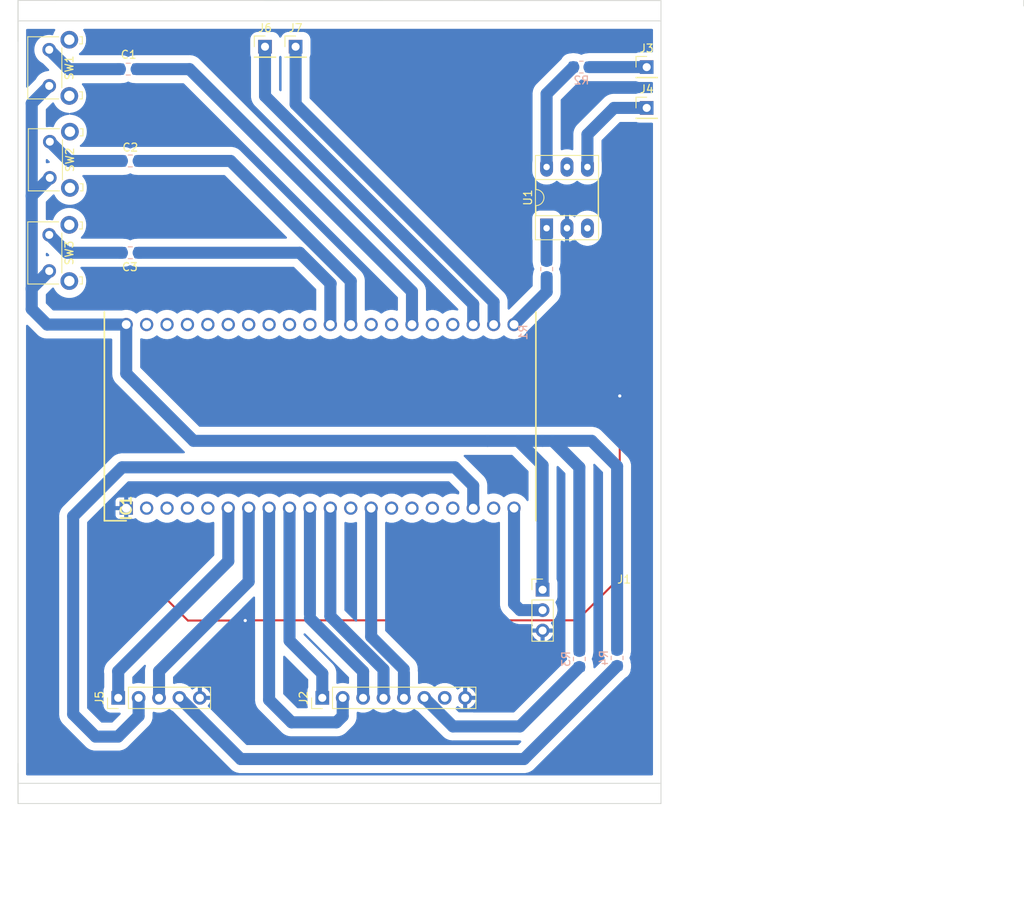
<source format=kicad_pcb>
(kicad_pcb (version 20211014) (generator pcbnew)
  (layers (0 "F.Cu" signal) (31 "B.Cu" signal) (34 "B.Paste" user) (35 "F.Paste" user) (36 "B.SilkS" user "B.Silkscreen") (37 "F.SilkS" user "F.Silkscreen") (38 "B.Mask" user) (39 "F.Mask" user) (44 "Edge.Cuts" user))
  (net 0 "")
  (net 1 "pwm-psac")
  (net 2 "Net-(R1-Pad2)")
  (net 3 "Net-(R2-Pad1)")
  (net 4 "Net-(J3-Pad1)")
  (net 5 "GND")
  (net 8 "Net-(J2-Pad6)")
  (net 9 "VCC")
  (net 14 "Net-(J5-Pad4)")
  (net 15 "push-button3")
  (net 16 "push-button2")
  (net 17 "pwm-extra2")
  (net 18 "pwm-extra1")
  (net 19 "Analogin-pot")
  (net 21 "chip_select_max")
  (net 22 "push-button1")
  (net 26 "sck_lcd")
  (net 28 "mosi_lcd")
  (net 34 "rst_lcd")
  (net 35 "chip_select_lcd")
  (net 45 "Net-(J4-Pad1)")
  (net 46 "sck_max")
  (net 47 "miso_max")
  (net 49 "Net-(C1-Pad2)")
  (net 50 "Net-(C2-Pad2)")
  (net 51 "Net-(C3-Pad2)")
  (net 52 "data_command_lcd")
  (footprint "Button_Switch_THT:SW_Tactile_SKHH_Angled" (layer "F.Cu") (at 54.5 68.4 90)
    (fp_text reference "SW2" (at 2.25 2.5 90) (layer "F.SilkS"))
    (fp_text value "pb2")
    (fp_line (start 6.12 3.82) (end 6.12 4.12) (layer "F.SilkS") (width 0.12))
    (fp_line (start -0.73 4.12) (end -0.73 3.77) (layer "F.SilkS") (width 0.12))
    (fp_line (start 6.12 -2.67) (end -1.62 -2.67) (layer "F.SilkS") (width 0.12))
    (fp_line (start -1.62 3.82) (end -1.62 4.12) (layer "F.SilkS") (width 0.12))
    (fp_line (start -0.73 4.12) (end -1.62 4.12) (layer "F.SilkS") (width 0.12))
    (fp_line (start 6.12 4.12) (end 5.23 4.12) (layer "F.SilkS") (width 0.12))
    (fp_line (start 5.23 4.12) (end 5.23 3.77) (layer "F.SilkS") (width 0.12))
    (fp_line (start -1.62 -2.67) (end -1.62 1.18) (layer "F.SilkS") (width 0.12))
    (fp_line (start -0.24 1.57) (end 4.74 1.57) (layer "F.SilkS") (width 0.12))
    (fp_line (start 6.12 1.18) (end 6.12 -2.67) (layer "F.SilkS") (width 0.12))
    (pad "" thru_hole circle (at -1.25 2.5 270) (size 2.2 2.2) (drill 1.3) (layers *.Cu *.Mask))
    (pad "" thru_hole circle (at 5.75 2.5 270) (size 2.2 2.2) (drill 1.3) (layers *.Cu *.Mask))
    (pad "1" thru_hole circle (at 0 0 270) (size 1.7 1.7) (drill 1) (layers *.Cu *.Mask) (net 9 "VCC"))
    (pad "2" thru_hole circle (at 4.5 0 270) (size 1.7 1.7) (drill 1) (layers *.Cu *.Mask) (net 50 "Net-(C2-Pad2)"))
  )
  (footprint "Connector_PinHeader_2.54mm:PinHeader_1x08_P2.54mm_Vertical" (layer "F.Cu") (at 88.407 133.1468 90)
    (fp_text reference "J2" (at 0 -2.33 90) (layer "F.SilkS"))
    (fp_text value "Conn_01x08_Female")
    (fp_line (start -1.33 0) (end -1.33 -1.33) (layer "F.SilkS") (width 0.12))
    (fp_line (start -1.33 1.27) (end -1.33 19.11) (layer "F.SilkS") (width 0.12))
    (fp_line (start -1.33 1.27) (end 1.33 1.27) (layer "F.SilkS") (width 0.12))
    (fp_line (start -1.33 19.11) (end 1.33 19.11) (layer "F.SilkS") (width 0.12))
    (fp_line (start -1.33 -1.33) (end 0 -1.33) (layer "F.SilkS") (width 0.12))
    (fp_line (start 1.33 1.27) (end 1.33 19.11) (layer "F.SilkS") (width 0.12))
    (pad "1" thru_hole rect (at 0 0 90) (size 1.7 1.7) (drill 1) (layers *.Cu *.Mask) (net 34 "rst_lcd"))
    (pad "2" thru_hole oval (at 0 2.54 90) (size 1.7 1.7) (drill 1) (layers *.Cu *.Mask) (net 35 "chip_select_lcd"))
    (pad "3" thru_hole oval (at 0 5.08 90) (size 1.7 1.7) (drill 1) (layers *.Cu *.Mask) (net 52 "data_command_lcd"))
    (pad "4" thru_hole oval (at 0 7.62 90) (size 1.7 1.7) (drill 1) (layers *.Cu *.Mask) (net 28 "mosi_lcd"))
    (pad "5" thru_hole oval (at 0 10.16 90) (size 1.7 1.7) (drill 1) (layers *.Cu *.Mask) (net 26 "sck_lcd"))
    (pad "6" thru_hole oval (at 0 12.7 90) (size 1.7 1.7) (drill 1) (layers *.Cu *.Mask) (net 8 "Net-(J2-Pad6)"))
    (pad "7" thru_hole oval (at 0 15.24 90) (size 1.7 1.7) (drill 1) (layers *.Cu *.Mask))
    (pad "8" thru_hole oval (at 0 17.78 90) (size 1.7 1.7) (drill 1) (layers *.Cu *.Mask) (net 5 "GND"))
  )
  (footprint "Package_DIP:DIP-6_W7.62mm_Socket_LongPads" (layer "F.Cu") (at 116.322 74.666 90)
    (fp_text reference "U1" (at 3.81 -2.33 90) (layer "F.SilkS"))
    (fp_text value "MOC3041M")
    (fp_line (start 9.06 6.47) (end 9.06 -1.39) (layer "F.SilkS") (width 0.12))
    (fp_line (start 9.06 -1.39) (end -1.44 -1.39) (layer "F.SilkS") (width 0.12))
    (fp_line (start 6.06 6.41) (end 6.06 -1.33) (layer "F.SilkS") (width 0.12))
    (fp_line (start 1.56 6.41) (end 6.06 6.41) (layer "F.SilkS") (width 0.12))
    (fp_line (start 1.56 -1.33) (end 1.56 6.41) (layer "F.SilkS") (width 0.12))
    (fp_line (start -1.44 6.47) (end 9.06 6.47) (layer "F.SilkS") (width 0.12))
    (fp_line (start 6.06 -1.33) (end 4.81 -1.33) (layer "F.SilkS") (width 0.12))
    (fp_line (start 2.81 -1.33) (end 1.56 -1.33) (layer "F.SilkS") (width 0.12))
    (fp_line (start -1.44 -1.39) (end -1.44 6.47) (layer "F.SilkS") (width 0.12))
    (fp_arc (start 4.81 -1.33) (mid 3.81 -0.33) (end 2.81 -1.33) (layer "F.SilkS") (width 0.12))
    (pad "1" thru_hole rect (at 0 0 90) (size 2.4 1.6) (drill 0.8) (layers *.Cu *.Mask) (net 2 "Net-(R1-Pad2)"))
    (pad "2" thru_hole oval (at 0 2.54 90) (size 2.4 1.6) (drill 0.8) (layers *.Cu *.Mask) (net 5 "GND"))
    (pad "3" thru_hole oval (at 0 5.08 90) (size 2.4 1.6) (drill 0.8) (layers *.Cu *.Mask))
    (pad "4" thru_hole oval (at 7.62 5.08 90) (size 2.4 1.6) (drill 0.8) (layers *.Cu *.Mask) (net 45 "Net-(J4-Pad1)"))
    (pad "5" thru_hole oval (at 7.62 2.54 90) (size 2.4 1.6) (drill 0.8) (layers *.Cu *.Mask))
    (pad "6" thru_hole oval (at 7.62 0 90) (size 2.4 1.6) (drill 0.8) (layers *.Cu *.Mask) (net 3 "Net-(R2-Pad1)"))
  )
  (footprint "Button_Switch_THT:SW_Tactile_SKHH_Angled" (layer "F.Cu") (at 54.425 56.95 90)
    (fp_text reference "SW1" (at 2.25 2.5 90) (layer "F.SilkS"))
    (fp_text value "pb1")
    (fp_line (start 6.12 3.82) (end 6.12 4.12) (layer "F.SilkS") (width 0.12))
    (fp_line (start -1.62 3.82) (end -1.62 4.12) (layer "F.SilkS") (width 0.12))
    (fp_line (start -1.62 -2.67) (end -1.62 1.18) (layer "F.SilkS") (width 0.12))
    (fp_line (start -0.73 4.12) (end -1.62 4.12) (layer "F.SilkS") (width 0.12))
    (fp_line (start -0.24 1.57) (end 4.74 1.57) (layer "F.SilkS") (width 0.12))
    (fp_line (start 6.12 -2.67) (end -1.62 -2.67) (layer "F.SilkS") (width 0.12))
    (fp_line (start -0.73 4.12) (end -0.73 3.77) (layer "F.SilkS") (width 0.12))
    (fp_line (start 6.12 4.12) (end 5.23 4.12) (layer "F.SilkS") (width 0.12))
    (fp_line (start 6.12 1.18) (end 6.12 -2.67) (layer "F.SilkS") (width 0.12))
    (fp_line (start 5.23 4.12) (end 5.23 3.77) (layer "F.SilkS") (width 0.12))
    (pad "" thru_hole circle (at -1.25 2.5 270) (size 2.2 2.2) (drill 1.3) (layers *.Cu *.Mask))
    (pad "" thru_hole circle (at 5.75 2.5 270) (size 2.2 2.2) (drill 1.3) (layers *.Cu *.Mask))
    (pad "1" thru_hole circle (at 0 0 270) (size 1.7 1.7) (drill 1) (layers *.Cu *.Mask) (net 9 "VCC"))
    (pad "2" thru_hole circle (at 4.5 0 270) (size 1.7 1.7) (drill 1) (layers *.Cu *.Mask) (net 49 "Net-(C1-Pad2)"))
  )
  (footprint "Button_Switch_THT:SW_Tactile_SKHH_Angled" (layer "F.Cu") (at 54.425 80 90)
    (fp_text reference "SW3" (at 2.25 2.5 90) (layer "F.SilkS"))
    (fp_text value "pb3")
    (fp_line (start -1.62 -2.67) (end -1.62 1.18) (layer "F.SilkS") (width 0.12))
    (fp_line (start -0.24 1.57) (end 4.74 1.57) (layer "F.SilkS") (width 0.12))
    (fp_line (start 5.23 4.12) (end 5.23 3.77) (layer "F.SilkS") (width 0.12))
    (fp_line (start -0.73 4.12) (end -0.73 3.77) (layer "F.SilkS") (width 0.12))
    (fp_line (start 6.12 4.12) (end 5.23 4.12) (layer "F.SilkS") (width 0.12))
    (fp_line (start -1.62 3.82) (end -1.62 4.12) (layer "F.SilkS") (width 0.12))
    (fp_line (start 6.12 -2.67) (end -1.62 -2.67) (layer "F.SilkS") (width 0.12))
    (fp_line (start 6.12 1.18) (end 6.12 -2.67) (layer "F.SilkS") (width 0.12))
    (fp_line (start -0.73 4.12) (end -1.62 4.12) (layer "F.SilkS") (width 0.12))
    (fp_line (start 6.12 3.82) (end 6.12 4.12) (layer "F.SilkS") (width 0.12))
    (pad "" thru_hole circle (at 5.75 2.5 270) (size 2.2 2.2) (drill 1.3) (layers *.Cu *.Mask))
    (pad "" thru_hole circle (at -1.25 2.5 270) (size 2.2 2.2) (drill 1.3) (layers *.Cu *.Mask))
    (pad "1" thru_hole circle (at 0 0 270) (size 1.7 1.7) (drill 1) (layers *.Cu *.Mask) (net 9 "VCC"))
    (pad "2" thru_hole circle (at 4.5 0 270) (size 1.7 1.7) (drill 1) (layers *.Cu *.Mask) (net 51 "Net-(C3-Pad2)"))
  )
  (footprint "Connector_PinHeader_2.54mm:PinHeader_1x01_P2.54mm_Vertical" (layer "F.Cu") (at 85.09 52.07)
    (fp_text reference "J7" (at 0 -2.33) (layer "F.SilkS"))
    (fp_text value "Conn_01x01_Female")
    (fp_line (start -1.33 1.27) (end -1.33 1.33) (layer "F.SilkS") (width 0.12))
    (fp_line (start -1.33 0) (end -1.33 -1.33) (layer "F.SilkS") (width 0.12))
    (fp_line (start -1.33 -1.33) (end 0 -1.33) (layer "F.SilkS") (width 0.12))
    (fp_line (start 1.33 1.27) (end 1.33 1.33) (layer "F.SilkS") (width 0.12))
    (fp_line (start -1.33 1.27) (end 1.33 1.27) (layer "F.SilkS") (width 0.12))
    (fp_line (start -1.33 1.33) (end 1.33 1.33) (layer "F.SilkS") (width 0.12))
    (pad "1" thru_hole rect (at 0 0) (size 1.7 1.7) (drill 1) (layers *.Cu *.Mask) (net 18 "pwm-extra1"))
  )
  (footprint "Connector_PinHeader_2.54mm:PinHeader_1x01_P2.54mm_Vertical" (layer "F.Cu") (at 81.28 52.07)
    (fp_text reference "J6" (at 0 -2.33) (layer "F.SilkS"))
    (fp_text value "Conn_01x01_Female")
    (fp_line (start -1.33 0) (end -1.33 -1.33) (layer "F.SilkS") (width 0.12))
    (fp_line (start -1.33 1.33) (end 1.33 1.33) (layer "F.SilkS") (width 0.12))
    (fp_line (start -1.33 1.27) (end 1.33 1.27) (layer "F.SilkS") (width 0.12))
    (fp_line (start -1.33 1.27) (end -1.33 1.33) (layer "F.SilkS") (width 0.12))
    (fp_line (start -1.33 -1.33) (end 0 -1.33) (layer "F.SilkS") (width 0.12))
    (fp_line (start 1.33 1.27) (end 1.33 1.33) (layer "F.SilkS") (width 0.12))
    (pad "1" thru_hole rect (at 0 0) (size 1.7 1.7) (drill 1) (layers *.Cu *.Mask) (net 17 "pwm-extra2"))
  )
  (footprint "Mbed_LPC1768:DIPS2286W63P254L5370H300Q40N" (layer "F.Cu") (at 64.008 109.5248 90)
    (fp_text reference "IC1" (at 0 0 90) (layer "F.SilkS") (effects (font (size 1.27 1.27) (thickness 0.254))))
    (fp_text value "MBED-LPC1768" hide)
    (fp_line (start -1.57 50.98) (end 24.43 50.98) (layer "F.SilkS") (width 0.2))
    (fp_line (start -1.57 -2.72) (end -1.57 0) (layer "F.SilkS") (width 0.2))
    (fp_line (start 24.43 -2.72) (end -1.57 -2.72) (layer "F.SilkS") (width 0.2))
    (pad "1" thru_hole rect locked (at 0 0 90) (size 1.65 1.65) (drill 1.1) (layers *.Cu *.Mask) (net 5 "GND"))
    (pad "2" thru_hole circle locked (at 0 2.54 90) (size 1.65 1.65) (drill 1.1) (layers *.Cu *.Mask))
    (pad "3" thru_hole circle locked (at 0 5.08 90) (size 1.65 1.65) (drill 1.1) (layers *.Cu *.Mask))
    (pad "4" thru_hole circle locked (at 0 7.62 90) (size 1.65 1.65) (drill 1.1) (layers *.Cu *.Mask))
    (pad "5" thru_hole circle locked (at 0 10.16 90) (size 1.65 1.65) (drill 1.1) (layers *.Cu *.Mask))
    (pad "6" thru_hole circle locked (at 0 12.7 90) (size 1.65 1.65) (drill 1.1) (layers *.Cu *.Mask) (net 47 "miso_max"))
    (pad "7" thru_hole circle locked (at 0 15.24 90) (size 1.65 1.65) (drill 1.1) (layers *.Cu *.Mask) (net 46 "sck_max"))
    (pad "8" thru_hole circle locked (at 0 17.78 90) (size 1.65 1.65) (drill 1.1) (layers *.Cu *.Mask) (net 35 "chip_select_lcd"))
    (pad "9" thru_hole circle locked (at 0 20.32 90) (size 1.65 1.65) (drill 1.1) (layers *.Cu *.Mask) (net 34 "rst_lcd"))
    (pad "10" thru_hole circle locked (at 0 22.86 90) (size 1.65 1.65) (drill 1.1) (layers *.Cu *.Mask) (net 52 "data_command_lcd"))
    (pad "11" thru_hole circle locked (at 0 25.4 90) (size 1.65 1.65) (drill 1.1) (layers *.Cu *.Mask) (net 28 "mosi_lcd"))
    (pad "12" thru_hole circle locked (at 0 27.94 90) (size 1.65 1.65) (drill 1.1) (layers *.Cu *.Mask))
    (pad "13" thru_hole circle locked (at 0 30.48 90) (size 1.65 1.65) (drill 1.1) (layers *.Cu *.Mask) (net 26 "sck_lcd"))
    (pad "14" thru_hole circle locked (at 0 33.02 90) (size 1.65 1.65) (drill 1.1) (layers *.Cu *.Mask))
    (pad "15" thru_hole circle locked (at 0 35.56 90) (size 1.65 1.65) (drill 1.1) (layers *.Cu *.Mask))
    (pad "16" thru_hole circle locked (at 0 38.1 90) (size 1.65 1.65) (drill 1.1) (layers *.Cu *.Mask))
    (pad "17" thru_hole circle locked (at 0 40.64 90) (size 1.65 1.65) (drill 1.1) (layers *.Cu *.Mask))
    (pad "18" thru_hole circle locked (at 0 43.18 90) (size 1.65 1.65) (drill 1.1) (layers *.Cu *.Mask) (net 21 "chip_select_max"))
    (pad "19" thru_hole circle locked (at 0 45.72 90) (size 1.65 1.65) (drill 1.1) (layers *.Cu *.Mask))
    (pad "20" thru_hole circle locked (at 0 48.26 90) (size 1.65 1.65) (drill 1.1) (layers *.Cu *.Mask) (net 19 "Analogin-pot"))
    (pad "21" thru_hole circle locked (at 22.86 48.26 90) (size 1.65 1.65) (drill 1.1) (layers *.Cu *.Mask) (net 1 "pwm-psac"))
    (pad "22" thru_hole circle locked (at 22.86 45.72 90) (size 1.65 1.65) (drill 1.1) (layers *.Cu *.Mask) (net 18 "pwm-extra1"))
    (pad "23" thru_hole circle locked (at 22.86 43.18 90) (size 1.65 1.65) (drill 1.1) (layers *.Cu *.Mask) (net 17 "pwm-extra2"))
    (pad "24" thru_hole circle locked (at 22.86 40.64 90) (size 1.65 1.65) (drill 1.1) (layers *.Cu *.Mask))
    (pad "25" thru_hole circle locked (at 22.86 38.1 90) (size 1.65 1.65) (drill 1.1) (layers *.Cu *.Mask))
    (pad "26" thru_hole circle locked (at 22.86 35.56 90) (size 1.65 1.65) (drill 1.1) (layers *.Cu *.Mask) (net 22 "push-button1"))
    (pad "27" thru_hole circle locked (at 22.86 33.02 90) (size 1.65 1.65) (drill 1.1) (layers *.Cu *.Mask))
    (pad "28" thru_hole circle locked (at 22.86 30.48 90) (size 1.65 1.65) (drill 1.1) (layers *.Cu *.Mask))
    (pad "29" thru_hole circle locked (at 22.86 27.94 90) (size 1.65 1.65) (drill 1.1) (layers *.Cu *.Mask) (net 16 "push-button2"))
    (pad "30" thru_hole circle locked (at 22.86 25.4 90) (size 1.65 1.65) (drill 1.1) (layers *.Cu *.Mask) (net 15 "push-button3"))
    (pad "31" thru_hole circle locked (at 22.86 22.86 90) (size 1.65 1.65) (drill 1.1) (layers *.Cu *.Mask))
    (pad "32" thru_hole circle locked (at 22.86 20.32 90) (size 1.65 1.65) (drill 1.1) (layers *.Cu *.Mask))
    (pad "33" thru_hole circle locked (at 22.86 17.78 90) (size 1.65 1.65) (drill 1.1) (layers *.Cu *.Mask))
    (pad "34" thru_hole circle locked (at 22.86 15.24 90) (size 1.65 1.65) (drill 1.1) (layers *.Cu *.Mask))
    (pad "35" thru_hole circle locked (at 22.86 12.7 90) (size 1.65 1.65) (drill 1.1) (layers *.Cu *.Mask))
    (pad "36" thru_hole circle locked (at 22.86 10.16 90) (size 1.65 1.65) (drill 1.1) (layers *.Cu *.Mask))
    (pad "37" thru_hole circle locked (at 22.86 7.62 90) (size 1.65 1.65) (drill 1.1) (layers *.Cu *.Mask))
    (pad "38" thru_hole circle locked (at 22.86 5.08 90) (size 1.65 1.65) (drill 1.1) (layers *.Cu *.Mask))
    (pad "39" thru_hole circle locked (at 22.86 2.54 90) (size 1.65 1.65) (drill 1.1) (layers *.Cu *.Mask))
    (pad "40" thru_hole circle locked (at 22.86 0 90) (size 1.65 1.65) (drill 1.1) (layers *.Cu *.Mask) (net 9 "VCC"))
  )
  (footprint "Connector_PinHeader_2.54mm:PinHeader_1x05_P2.54mm_Vertical" (layer "F.Cu") (at 63.012 133.1468 90)
    (fp_text reference "J5" (at 0 -2.33 90) (layer "F.SilkS"))
    (fp_text value "Conn_01x05_Female")
    (fp_line (start -1.33 1.27) (end -1.33 11.49) (layer "F.SilkS") (width 0.12))
    (fp_line (start -1.33 0) (end -1.33 -1.33) (layer "F.SilkS") (width 0.12))
    (fp_line (start -1.33 -1.33) (end 0 -1.33) (layer "F.SilkS") (width 0.12))
    (fp_line (start 1.33 1.27) (end 1.33 11.49) (layer "F.SilkS") (width 0.12))
    (fp_line (start -1.33 11.49) (end 1.33 11.49) (layer "F.SilkS") (width 0.12))
    (fp_line (start -1.33 1.27) (end 1.33 1.27) (layer "F.SilkS") (width 0.12))
    (pad "1" thru_hole rect (at 0 0 90) (size 1.7 1.7) (drill 1) (layers *.Cu *.Mask) (net 47 "miso_max"))
    (pad "2" thru_hole oval (at 0 2.54 90) (size 1.7 1.7) (drill 1) (layers *.Cu *.Mask) (net 21 "chip_select_max"))
    (pad "3" thru_hole oval (at 0 5.08 90) (size 1.7 1.7) (drill 1) (layers *.Cu *.Mask) (net 46 "sck_max"))
    (pad "4" thru_hole oval (at 0 7.62 90) (size 1.7 1.7) (drill 1) (layers *.Cu *.Mask) (net 14 "Net-(J5-Pad4)"))
    (pad "5" thru_hole oval (at 0 10.16 90) (size 1.7 1.7) (drill 1) (layers *.Cu *.Mask) (net 5 "GND"))
  )
  (footprint "Connector_PinHeader_2.54mm:PinHeader_1x03_P2.54mm_Vertical" (layer "F.Cu") (at 115.824 119.6848)
    (fp_text reference "J1" (at 10.145 -1.285) (layer "F.SilkS"))
    (fp_text value "Pot")
    (fp_line (start -1.33 0) (end -1.33 -1.33) (layer "F.SilkS") (width 0.12))
    (fp_line (start -1.33 6.41) (end 1.33 6.41) (layer "F.SilkS") (width 0.12))
    (fp_line (start -1.33 1.27) (end 1.33 1.27) (layer "F.SilkS") (width 0.12))
    (fp_line (start 1.33 1.27) (end 1.33 6.41) (layer "F.SilkS") (width 0.12))
    (fp_line (start -1.33 -1.33) (end 0 -1.33) (layer "F.SilkS") (width 0.12))
    (fp_line (start -1.33 1.27) (end -1.33 6.41) (layer "F.SilkS") (width 0.12))
    (pad "1" thru_hole rect (at 0 0) (size 1.7 1.7) (drill 1) (layers *.Cu *.Mask) (net 9 "VCC"))
    (pad "2" thru_hole oval (at 0 2.54) (size 1.7 1.7) (drill 1) (layers *.Cu *.Mask) (net 19 "Analogin-pot"))
    (pad "3" thru_hole oval (at 0 5.08) (size 1.7 1.7) (drill 1) (layers *.Cu *.Mask) (net 5 "GND"))
  )
  (footprint "Connector_PinHeader_2.54mm:PinHeader_1x01_P2.54mm_Vertical" (layer "F.Cu") (at 128.778 59.69)
    (fp_text reference "J4" (at 0 -2.33) (layer "F.SilkS"))
    (fp_text value "Conn_01x01_Female")
    (fp_line (start -1.33 1.33) (end 1.33 1.33) (layer "F.SilkS") (width 0.12))
    (fp_line (start -1.33 1.27) (end 1.33 1.27) (layer "F.SilkS") (width 0.12))
    (fp_line (start 1.33 1.27) (end 1.33 1.33) (layer "F.SilkS") (width 0.12))
    (fp_line (start -1.33 1.27) (end -1.33 1.33) (layer "F.SilkS") (width 0.12))
    (fp_line (start -1.33 0) (end -1.33 -1.33) (layer "F.SilkS") (width 0.12))
    (fp_line (start -1.33 -1.33) (end 0 -1.33) (layer "F.SilkS") (width 0.12))
    (pad "1" thru_hole rect (at 0 0) (size 1.7 1.7) (drill 1) (layers *.Cu *.Mask) (net 45 "Net-(J4-Pad1)"))
  )
  (footprint "Connector_PinHeader_2.54mm:PinHeader_1x01_P2.54mm_Vertical" (layer "F.Cu") (at 128.778 54.61)
    (fp_text reference "J3" (at 0 -2.33) (layer "F.SilkS"))
    (fp_text value "Conn_01x01_Female")
    (fp_line (start -1.33 1.33) (end 1.33 1.33) (layer "F.SilkS") (width 0.12))
    (fp_line (start 1.33 1.27) (end 1.33 1.33) (layer "F.SilkS") (width 0.12))
    (fp_line (start -1.33 -1.33) (end 0 -1.33) (layer "F.SilkS") (width 0.12))
    (fp_line (start -1.33 1.27) (end 1.33 1.27) (layer "F.SilkS") (width 0.12))
    (fp_line (start -1.33 0) (end -1.33 -1.33) (layer "F.SilkS") (width 0.12))
    (fp_line (start -1.33 1.27) (end -1.33 1.33) (layer "F.SilkS") (width 0.12))
    (pad "1" thru_hole rect (at 0 0) (size 1.7 1.7) (drill 1) (layers *.Cu *.Mask) (net 4 "Net-(J3-Pad1)"))
  )
  (footprint "Capacitor_SMD:C_0805_2012Metric_Pad1.18x1.45mm_HandSolder" (layer "B.Cu") (at 64.516 77.724 180)
    (fp_text reference "C3" (at 0.0547 -1.778) (layer "F.SilkS"))
    (fp_text value "1u")
    (fp_line (start -0.261252 -0.735) (end 0.261252 -0.735) (layer "B.SilkS") (width 0.12))
    (fp_line (start -0.261252 0.735) (end 0.261252 0.735) (layer "B.SilkS") (width 0.12))
    (pad "1" smd roundrect (at -1.0375 0 180) (size 1.175 1.45) (layers "B.Cu" "B.Paste" "B.Mask") (roundrect_rratio 0.212766) (net 15 "push-button3"))
    (pad "2" smd roundrect (at 1.0375 0 180) (size 1.175 1.45) (layers "B.Cu" "B.Paste" "B.Mask") (roundrect_rratio 0.212766) (net 51 "Net-(C3-Pad2)"))
  )
  (footprint "Capacitor_SMD:C_0805_2012Metric_Pad1.18x1.45mm_HandSolder" (layer "B.Cu") (at 64.262 54.864 180)
    (fp_text reference "C1" (at -0.0508 1.8034) (layer "F.SilkS"))
    (fp_text value "1u")
    (fp_line (start -0.261252 -0.735) (end 0.261252 -0.735) (layer "B.SilkS") (width 0.12))
    (fp_line (start -0.261252 0.735) (end 0.261252 0.735) (layer "B.SilkS") (width 0.12))
    (pad "1" smd roundrect (at -1.0375 0 180) (size 1.175 1.45) (layers "B.Cu" "B.Paste" "B.Mask") (roundrect_rratio 0.212766) (net 22 "push-button1"))
    (pad "2" smd roundrect (at 1.0375 0 180) (size 1.175 1.45) (layers "B.Cu" "B.Paste" "B.Mask") (roundrect_rratio 0.212766) (net 49 "Net-(C1-Pad2)"))
  )
  (footprint "Capacitor_SMD:C_0805_2012Metric_Pad1.18x1.45mm_HandSolder" (layer "B.Cu") (at 64.516 66.294 180)
    (fp_text reference "C2" (at 0 1.68) (layer "F.SilkS"))
    (fp_text value "1u")
    (fp_line (start -0.261252 -0.735) (end 0.261252 -0.735) (layer "B.SilkS") (width 0.12))
    (fp_line (start -0.261252 0.735) (end 0.261252 0.735) (layer "B.SilkS") (width 0.12))
    (pad "1" smd roundrect (at -1.0375 0 180) (size 1.175 1.45) (layers "B.Cu" "B.Paste" "B.Mask") (roundrect_rratio 0.212766) (net 16 "push-button2"))
    (pad "2" smd roundrect (at 1.0375 0 180) (size 1.175 1.45) (layers "B.Cu" "B.Paste" "B.Mask") (roundrect_rratio 0.212766) (net 50 "Net-(C2-Pad2)"))
  )
  (footprint "Resistor_SMD:R_0805_2012Metric_Pad1.20x1.40mm_HandSolder" (layer "B.Cu") (at 120.65 54.61)
    (fp_text reference "R2" (at 0 1.65) (layer "B.SilkS") (effects (justify mirror)))
    (fp_text value "360")
    (fp_line (start -0.227064 -0.735) (end 0.227064 -0.735) (layer "B.SilkS") (width 0.12))
    (fp_line (start -0.227064 0.735) (end 0.227064 0.735) (layer "B.SilkS") (width 0.12))
    (pad "1" smd roundrect (at -1 0) (size 1.2 1.4) (layers "B.Cu" "B.Paste" "B.Mask") (roundrect_rratio 0.2083333333) (net 3 "Net-(R2-Pad1)"))
    (pad "2" smd roundrect (at 1 0) (size 1.2 1.4) (layers "B.Cu" "B.Paste" "B.Mask") (roundrect_rratio 0.2083333333) (net 4 "Net-(J3-Pad1)"))
  )
  (footprint "Resistor_SMD:R_0805_2012Metric_Pad1.20x1.40mm_HandSolder" (layer "B.Cu") (at 120.396 128.3048 -90)
    (fp_text reference "R3" (at 0 1.65 90) (layer "B.SilkS") (effects (justify mirror)))
    (fp_text value "560")
    (fp_line (start -0.227064 0.735) (end 0.227064 0.735) (layer "B.SilkS") (width 0.12))
    (fp_line (start -0.227064 -0.735) (end 0.227064 -0.735) (layer "B.SilkS") (width 0.12))
    (pad "1" smd roundrect (at -1 0 270) (size 1.2 1.4) (layers "B.Cu" "B.Paste" "B.Mask") (roundrect_rratio 0.208333) (net 9 "VCC"))
    (pad "2" smd roundrect (at 1 0 270) (size 1.2 1.4) (layers "B.Cu" "B.Paste" "B.Mask") (roundrect_rratio 0.208333) (net 8 "Net-(J2-Pad6)"))
  )
  (footprint "Resistor_SMD:R_0805_2012Metric_Pad1.20x1.40mm_HandSolder" (layer "B.Cu") (at 125.095 128.1778 -90)
    (fp_text reference "R4" (at 0 1.65 90) (layer "B.SilkS") (effects (justify mirror)))
    (fp_text value "69")
    (fp_line (start -0.227064 -0.735) (end 0.227064 -0.735) (layer "B.SilkS") (width 0.12))
    (fp_line (start -0.227064 0.735) (end 0.227064 0.735) (layer "B.SilkS") (width 0.12))
    (pad "1" smd roundrect (at -1 0 270) (size 1.2 1.4) (layers "B.Cu" "B.Paste" "B.Mask") (roundrect_rratio 0.208333) (net 9 "VCC"))
    (pad "2" smd roundrect (at 1 0 270) (size 1.2 1.4) (layers "B.Cu" "B.Paste" "B.Mask") (roundrect_rratio 0.208333) (net 14 "Net-(J5-Pad4)"))
  )
  (footprint "Resistor_SMD:R_0805_2012Metric_Pad1.20x1.40mm_HandSolder" (layer "B.Cu") (at 116.332 79.756 90)
    (fp_text reference "R1" (at -7.874 -2.922 90) (layer "B.SilkS") (effects (justify mirror)))
    (fp_text value "180")
    (fp_line (start -0.227064 -0.735) (end 0.227064 -0.735) (layer "B.SilkS") (width 0.12))
    (fp_line (start -0.227064 0.735) (end 0.227064 0.735) (layer "B.SilkS") (width 0.12))
    (pad "1" smd roundrect (at -1 0 90) (size 1.2 1.4) (layers "B.Cu" "B.Paste" "B.Mask") (roundrect_rratio 0.2083333333) (net 1 "pwm-psac"))
    (pad "2" smd roundrect (at 1 0 90) (size 1.2 1.4) (layers "B.Cu" "B.Paste" "B.Mask") (roundrect_rratio 0.2083333333) (net 2 "Net-(R1-Pad2)"))
  )
  (gr_line (start 130.556 46.3296) (end 130.556 146.304) (layer "Edge.Cuts") (width 0.1))
  (gr_line (start 50.546 146.304) (end 50.546 141.3) (layer "Edge.Cuts") (width 0.1))
  (gr_line (start 175.7 46.304) (end 175.7 47) (layer "Edge.Cuts") (width 0.1))
  (gr_line (start 50.546 46.304) (end 50.546 146.304) (layer "Edge.Cuts") (width 0.1))
  (gr_line (start 130.556 143.7894) (end 50.546 143.7894) (layer "Edge.Cuts") (width 0.1))
  (gr_line (start 50.546 48.852) (end 130.556 48.852) (layer "Edge.Cuts") (width 0.1))
  (gr_line (start 130.556 46.3296) (end 50.546 46.304) (layer "Edge.Cuts") (width 0.1))
  (gr_line (start 50.546 146.304) (end 130.556 146.304) (layer "Edge.Cuts") (width 0.1))
  (gr_line (start 50.546 46.304) (end 50.546 51.4) (layer "Edge.Cuts") (width 0.1))
  (segment (start 116.332 80.756) (end 116.332 82.6008) (width 1.5) (layer "B.Cu") (net 1))
  (segment (start 116.332 82.6008) (end 112.268 86.6648) (width 1.5) (layer "B.Cu") (net 1))
  (segment (start 116.332 78.756) (end 116.322 78.746) (width 0.25) (layer "B.Cu") (net 2))
  (segment (start 116.322 78.746) (end 116.322 74.666) (width 1.5) (layer "B.Cu") (net 2))
  (segment (start 119.65 54.61) (end 116.322 57.938) (width 1.5) (layer "B.Cu") (net 3))
  (segment (start 116.322 57.938) (end 116.322 67.046) (width 1.5) (layer "B.Cu") (net 3))
  (segment (start 128.778 54.61) (end 128.328 55.06) (width 0.25) (layer "B.Cu") (net 4))
  (segment (start 128.778 54.61) (end 121.65 54.61) (width 1.5) (layer "B.Cu") (net 4))
  (segment (start 122.1 55.06) (end 121.65 54.61) (width 0.25) (layer "B.Cu") (net 4))
  (segment (start 71.6788 123.5202) (end 78.8162 123.5202) (width 0.25) (layer "F.Cu") (net 5))
  (segment (start 120.1166 123.4948) (end 125.4252 118.1862) (width 0.25) (layer "F.Cu") (net 5))
  (segment (start 78.8162 123.5202) (end 78.8416 123.4948) (width 0.25) (layer "F.Cu") (net 5))
  (segment (start 64.008 115.8494) (end 71.6788 123.5202) (width 0.25) (layer "F.Cu") (net 5))
  (segment (start 78.8416 123.4948) (end 120.1166 123.4948) (width 0.25) (layer "F.Cu") (net 5))
  (segment (start 125.4252 118.1862) (end 125.4252 95.5548) (width 0.25) (layer "F.Cu") (net 5))
  (segment (start 64.008 109.5248) (end 64.008 115.8494) (width 0.25) (layer "F.Cu") (net 5))
  (via (at 64.008 109.5502) (size 0.8) (drill 0.4) (layers "F.Cu" "B.Cu") (net 5))
  (via (at 78.8162 123.5202) (size 0.8) (drill 0.4) (layers "F.Cu" "B.Cu") (net 5))
  (via (at 125.4252 95.5548) (size 0.8) (drill 0.4) (layers "F.Cu" "B.Cu") (net 5))
  (segment (start 64.008 109.5248) (end 64.008 109.5502) (width 0.25) (layer "B.Cu") (net 5))
  (segment (start 120.396 129.3048) (end 112.998 136.7028) (width 1.5) (layer "B.Cu") (net 8))
  (segment (start 104.663 136.7028) (end 101.107 133.1468) (width 1.5) (layer "B.Cu") (net 8))
  (segment (start 104.648 136.7028) (end 104.648 136.6878) (width 0.25) (layer "B.Cu") (net 8))
  (segment (start 112.998 136.7028) (end 104.663 136.7028) (width 1.5) (layer "B.Cu") (net 8))
  (segment (start 52.25 82.25) (end 52.25 84.75) (width 1.5) (layer "B.Cu") (net 9))
  (segment (start 64.008 92.7608) (end 72.39 101.1428) (width 1.5) (layer "B.Cu") (net 9))
  (segment (start 52.25 59.125) (end 54.425 56.95) (width 1.5) (layer "B.Cu") (net 9))
  (segment (start 52.25 82.25) (end 52.25 70.65) (width 1.5) (layer "B.Cu") (net 9))
  (segment (start 117.094 101.1428) (end 121.92 101.1428) (width 1.5) (layer "B.Cu") (net 9))
  (segment (start 54.1648 86.6648) (end 64.008 86.6648) (width 1.5) (layer "B.Cu") (net 9))
  (segment (start 121.92 101.1428) (end 125.095 104.3178) (width 1.5) (layer "B.Cu") (net 9))
  (segment (start 117.094 101.1428) (end 120.396 104.4448) (width 1.5) (layer "B.Cu") (net 9))
  (segment (start 52.25 70.65) (end 54.5 68.4) (width 1.5) (layer "B.Cu") (net 9))
  (segment (start 52.25 70.65) (end 52.25 59.125) (width 1.5) (layer "B.Cu") (net 9))
  (segment (start 52.25 82.25) (end 52.25 82.175) (width 1.5) (layer "B.Cu") (net 9))
  (segment (start 52.25 82.175) (end 54.425 80) (width 1.5) (layer "B.Cu") (net 9))
  (segment (start 124.968 127.0508) (end 125.095 127.1778) (width 0.25) (layer "B.Cu") (net 9))
  (segment (start 125.095 104.3178) (end 125.095 127.1778) (width 1.5) (layer "B.Cu") (net 9))
  (segment (start 115.824 104.1908) (end 115.824 119.6848) (width 1.5) (layer "B.Cu") (net 9))
  (segment (start 115.824 101.1428) (end 117.094 101.1428) (width 1.5) (layer "B.Cu") (net 9))
  (segment (start 108.966 101.1428) (end 112.776 101.1428) (width 1.5) (layer "B.Cu") (net 9))
  (segment (start 52.25 84.75) (end 54.1648 86.6648) (width 1.5) (layer "B.Cu") (net 9))
  (segment (start 64.008 86.6648) (end 64.008 92.7608) (width 1.5) (layer "B.Cu") (net 9))
  (segment (start 112.776 101.1428) (end 115.824 104.1908) (width 1.5) (layer "B.Cu") (net 9))
  (segment (start 72.39 101.1428) (end 108.966 101.1428) (width 1.5) (layer "B.Cu") (net 9))
  (segment (start 112.776 101.1428) (end 115.824 101.1428) (width 1.5) (layer "B.Cu") (net 9))
  (segment (start 120.396 104.4448) (end 120.396 127.3048) (width 1.5) (layer "B.Cu") (net 9))
  (segment (start 78.252 140.7668) (end 113.506 140.7668) (width 1.5) (layer "B.Cu") (net 14))
  (segment (start 70.632 133.1468) (end 78.252 140.7668) (width 1.5) (layer "B.Cu") (net 14))
  (segment (start 113.506 140.7668) (end 125.095 129.1778) (width 1.5) (layer "B.Cu") (net 14))
  (segment (start 89.408 81.6356) (end 89.4588 81.5848) (width 0.25) (layer "B.Cu") (net 15))
  (segment (start 89.408 86.6648) (end 89.408 81.6356) (width 1.5) (layer "B.Cu") (net 15))
  (segment (start 89.4588 81.5848) (end 85.598 77.724) (width 1.5) (layer "B.Cu") (net 15))
  (segment (start 85.598 77.724) (end 65.5535 77.724) (width 1.5) (layer "B.Cu") (net 15))
  (segment (start 76.9874 66.294) (end 91.948 81.2546) (width 1.5) (layer "B.Cu") (net 16))
  (segment (start 65.5535 66.294) (end 76.9874 66.294) (width 1.5) (layer "B.Cu") (net 16))
  (segment (start 91.948 81.2546) (end 91.948 86.6648) (width 1.5) (layer "B.Cu") (net 16))
  (segment (start 81.28 58.2168) (end 107.188 84.1248) (width 1.5) (layer "B.Cu") (net 17))
  (segment (start 81.28 52.07) (end 81.28 58.2168) (width 1.5) (layer "B.Cu") (net 17))
  (segment (start 107.188 84.1248) (end 107.188 86.6648) (width 1.5) (layer "B.Cu") (net 17))
  (segment (start 85.09 52.07) (end 85.09 59.2328) (width 1.5) (layer "B.Cu") (net 18))
  (segment (start 85.09 59.2328) (end 109.728 83.8708) (width 1.5) (layer "B.Cu") (net 18))
  (segment (start 109.728 83.8708) (end 109.728 86.6648) (width 1.5) (layer "B.Cu") (net 18))
  (segment (start 112.268 121.4628) (end 112.268 109.5248) (width 1.5) (layer "B.Cu") (net 19))
  (segment (start 113.03 122.2248) (end 112.268 121.4628) (width 1.5) (layer "B.Cu") (net 19))
  (segment (start 115.824 122.2248) (end 113.03 122.2248) (width 1.5) (layer "B.Cu") (net 19))
  (segment (start 57.404 135.1788) (end 60.198 137.9728) (width 1.5) (layer "B.Cu") (net 21))
  (segment (start 63.5 104.4448) (end 57.404 110.5408) (width 1.5) (layer "B.Cu") (net 21))
  (segment (start 107.188 109.5248) (end 107.188 106.7308) (width 1.5) (layer "B.Cu") (net 21))
  (segment (start 57.404 110.5408) (end 57.404 135.1788) (width 1.5) (layer "B.Cu") (net 21))
  (segment (start 104.902 104.4448) (end 63.5 104.4448) (width 1.5) (layer "B.Cu") (net 21))
  (segment (start 62.992 137.9728) (end 65.552 135.4128) (width 1.5) (layer "B.Cu") (net 21))
  (segment (start 107.188 106.7308) (end 104.902 104.4448) (width 1.5) (layer "B.Cu") (net 21))
  (segment (start 65.552 135.4128) (end 65.552 133.1468) (width 1.5) (layer "B.Cu") (net 21))
  (segment (start 60.198 137.9728) (end 62.992 137.9728) (width 1.5) (layer "B.Cu") (net 21))
  (segment (start 72.136 55.118) (end 72.136 54.864) (width 0.25) (layer "B.Cu") (net 22))
  (segment (start 71.882 54.864) (end 72.136 55.118) (width 0.25) (layer "B.Cu") (net 22))
  (segment (start 99.568 82.55) (end 99.568 86.6648) (width 1.5) (layer "B.Cu") (net 22))
  (segment (start 65.2995 54.864) (end 71.882 54.864) (width 1.5) (layer "B.Cu") (net 22))
  (segment (start 71.882 54.864) (end 99.568 82.55) (width 1.5) (layer "B.Cu") (net 22))
  (segment (start 98.552 129.5908) (end 94.488 125.5268) (width 1.5) (layer "B.Cu") (net 26))
  (segment (start 98.567 133.1468) (end 98.567 130.0308) (width 1.5) (layer "B.Cu") (net 26))
  (segment (start 98.552 130.0158) (end 98.552 129.5908) (width 0.25) (layer "B.Cu") (net 26))
  (segment (start 94.488 125.5268) (end 94.488 109.5248) (width 1.5) (layer "B.Cu") (net 26))
  (segment (start 98.567 130.0308) (end 98.552 130.0158) (width 0.25) (layer "B.Cu") (net 26))
  (segment (start 96.027 129.6058) (end 96.027 133.1468) (width 1.5) (layer "B.Cu") (net 28))
  (segment (start 89.408 109.5248) (end 89.408 122.9868) (width 1.5) (layer "B.Cu") (net 28))
  (segment (start 89.408 122.9868) (end 96.027 129.6058) (width 1.5) (layer "B.Cu") (net 28))
  (segment (start 84.328 126.0348) (end 84.328 125.7808) (width 0.25) (layer "B.Cu") (net 34))
  (segment (start 84.328 109.5248) (end 84.328 125.7808) (width 1.5) (layer "B.Cu") (net 34))
  (segment (start 88.407 130.1138) (end 84.328 126.0348) (width 1.5) (layer "B.Cu") (net 34))
  (segment (start 88.407 133.1468) (end 88.407 130.1138) (width 1.5) (layer "B.Cu") (net 34))
  (segment (start 90.17 136.1948) (end 84.582 136.1948) (width 1.5) (layer "B.Cu") (net 35))
  (segment (start 90.947 133.1468) (end 90.947 135.4178) (width 1.5) (layer "B.Cu") (net 35))
  (segment (start 90.947 135.4178) (end 90.17 136.1948) (width 1.5) (layer "B.Cu") (net 35))
  (segment (start 81.788 133.4008) (end 81.788 109.5248) (width 1.5) (layer "B.Cu") (net 35))
  (segment (start 84.582 136.1948) (end 81.788 133.4008) (width 1.5) (layer "B.Cu") (net 35))
  (segment (start 128.778 59.69) (end 124.714 59.69) (width 1.5) (layer "B.Cu") (net 45))
  (segment (start 124.714 59.69) (end 121.402 63.002) (width 1.5) (layer "B.Cu") (net 45))
  (segment (start 128.768 59.68) (end 128.778 59.69) (width 1) (layer "B.Cu") (net 45))
  (segment (start 121.402 63.002) (end 121.402 67.046) (width 1.5) (layer "B.Cu") (net 45))
  (segment (start 68.092 129.8248) (end 68.092 133.1468) (width 1.5) (layer "B.Cu") (net 46))
  (segment (start 79.248 118.6688) (end 68.092 129.8248) (width 1.5) (layer "B.Cu") (net 46))
  (segment (start 79.248 109.5248) (end 79.248 118.6688) (width 1.5) (layer "B.Cu") (net 46))
  (segment (start 76.708 116.1288) (end 62.992 129.8448) (width 1.5) (layer "B.Cu") (net 47))
  (segment (start 62.992 129.8448) (end 63.012 129.8648) (width 0.25) (layer "B.Cu") (net 47))
  (segment (start 63.012 129.8648) (end 63.012 133.1468) (width 1.5) (layer "B.Cu") (net 47))
  (segment (start 76.708 109.5248) (end 76.708 116.1288) (width 1.5) (layer "B.Cu") (net 47))
  (segment (start 63.2245 54.864) (end 56.839 54.864) (width 1.5) (layer "B.Cu") (net 49))
  (segment (start 56.839 54.864) (end 54.425 52.45) (width 1.5) (layer "B.Cu") (net 49))
  (segment (start 56.894 66.294) (end 54.5 63.9) (width 1.5) (layer "B.Cu") (net 50))
  (segment (start 63.4785 66.294) (end 56.894 66.294) (width 1.5) (layer "B.Cu") (net 50))
  (segment (start 56.649 77.724) (end 54.425 75.5) (width 1.5) (layer "B.Cu") (net 51))
  (segment (start 63.4785 77.724) (end 56.649 77.724) (width 1.5) (layer "B.Cu") (net 51))
  (segment (start 86.868 123.2408) (end 86.868 122.7328) (width 0.25) (layer "B.Cu") (net 52))
  (segment (start 93.487 129.8598) (end 86.868 123.2408) (width 1.5) (layer "B.Cu") (net 52))
  (segment (start 86.868 109.5248) (end 86.868 122.7328) (width 1.5) (layer "B.Cu") (net 52))
  (segment (start 93.487 133.1468) (end 93.487 129.8598) (width 1.5) (layer "B.Cu") (net 52))
  (zone (net 5) (net_name "GND") (layer "B.Cu") (connect_pads (clearance 1)) (min_thickness 0.254) (fill yes (thermal_gap 0.508) (thermal_bridge_width 0.508))
    (polygon (pts (xy 130.556 143.7894) (xy 50.546 143.7894) (xy 50.546 48.8442) (xy 130.556 48.8442)))
  )
  (zone (net 0) (net_name "") (layer "B.Cu") (connect_pads (clearance 1)) (min_thickness 0.254) (fill yes (thermal_gap 0.508) (thermal_bridge_width 0.508))
    (polygon (pts (xy 130.556 143.7894) (xy 50.546 143.7894) (xy 50.546 48.8442) (xy 130.556 48.8442)))
  )
)
</source>
